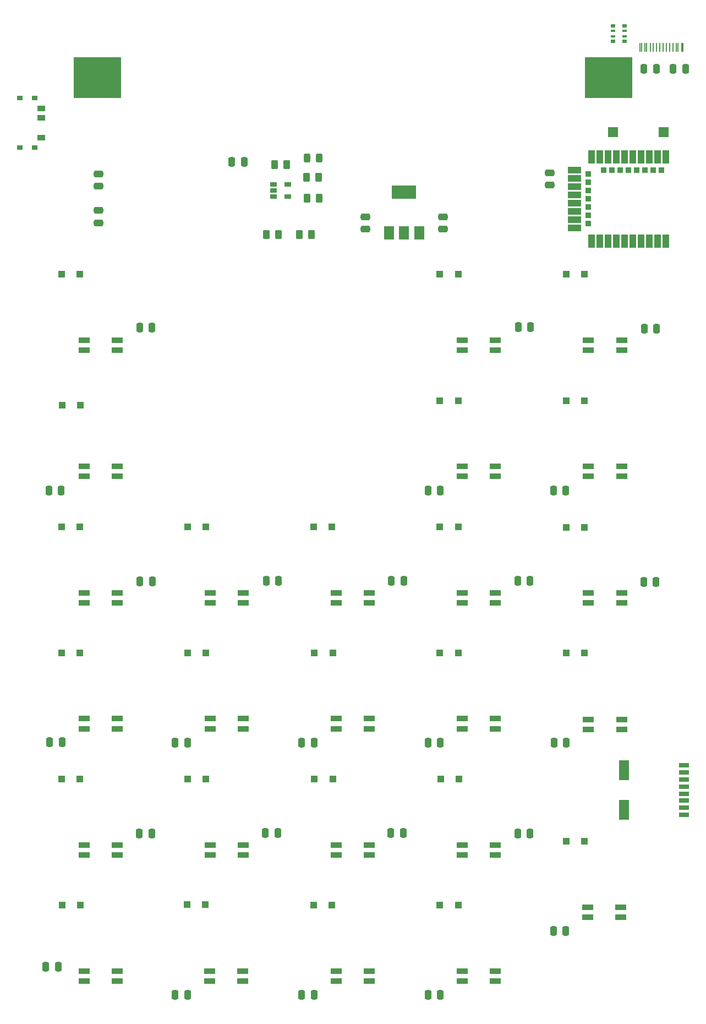
<source format=gbr>
%TF.GenerationSoftware,KiCad,Pcbnew,(5.99.0-9526-g5c17ff0595)*%
%TF.CreationDate,2021-07-05T19:36:54-05:00*%
%TF.ProjectId,Cafebabe,43616665-6261-4626-952e-6b696361645f,rev?*%
%TF.SameCoordinates,Original*%
%TF.FileFunction,Paste,Bot*%
%TF.FilePolarity,Positive*%
%FSLAX46Y46*%
G04 Gerber Fmt 4.6, Leading zero omitted, Abs format (unit mm)*
G04 Created by KiCad (PCBNEW (5.99.0-9526-g5c17ff0595)) date 2021-07-05 19:36:54*
%MOMM*%
%LPD*%
G01*
G04 APERTURE LIST*
G04 Aperture macros list*
%AMRoundRect*
0 Rectangle with rounded corners*
0 $1 Rounding radius*
0 $2 $3 $4 $5 $6 $7 $8 $9 X,Y pos of 4 corners*
0 Add a 4 corners polygon primitive as box body*
4,1,4,$2,$3,$4,$5,$6,$7,$8,$9,$2,$3,0*
0 Add four circle primitives for the rounded corners*
1,1,$1+$1,$2,$3*
1,1,$1+$1,$4,$5*
1,1,$1+$1,$6,$7*
1,1,$1+$1,$8,$9*
0 Add four rect primitives between the rounded corners*
20,1,$1+$1,$2,$3,$4,$5,0*
20,1,$1+$1,$4,$5,$6,$7,0*
20,1,$1+$1,$6,$7,$8,$9,0*
20,1,$1+$1,$8,$9,$2,$3,0*%
G04 Aperture macros list end*
%ADD10R,1.800000X0.820000*%
%ADD11RoundRect,0.250000X-0.250000X-0.475000X0.250000X-0.475000X0.250000X0.475000X-0.250000X0.475000X0*%
%ADD12RoundRect,0.250000X0.262500X0.450000X-0.262500X0.450000X-0.262500X-0.450000X0.262500X-0.450000X0*%
%ADD13R,1.100000X1.100000*%
%ADD14RoundRect,0.250000X0.250000X0.475000X-0.250000X0.475000X-0.250000X-0.475000X0.250000X-0.475000X0*%
%ADD15R,0.250000X1.400000*%
%ADD16RoundRect,0.250000X-0.262500X-0.450000X0.262500X-0.450000X0.262500X0.450000X-0.262500X0.450000X0*%
%ADD17RoundRect,0.250000X-0.475000X0.250000X-0.475000X-0.250000X0.475000X-0.250000X0.475000X0.250000X0*%
%ADD18RoundRect,0.250000X0.475000X-0.250000X0.475000X0.250000X-0.475000X0.250000X-0.475000X-0.250000X0*%
%ADD19R,1.000000X2.000000*%
%ADD20R,2.000000X1.000000*%
%ADD21R,0.900000X0.900000*%
%ADD22R,0.800000X0.500000*%
%ADD23R,0.800000X0.400000*%
%ADD24R,1.500000X1.500000*%
%ADD25R,1.250000X0.900000*%
%ADD26R,0.900000X0.800000*%
%ADD27RoundRect,0.243750X-0.243750X-0.456250X0.243750X-0.456250X0.243750X0.456250X-0.243750X0.456250X0*%
%ADD28R,1.500000X3.100000*%
%ADD29R,1.500000X0.800000*%
%ADD30R,1.060000X0.650000*%
%ADD31R,7.340000X6.350000*%
%ADD32R,1.500000X2.000000*%
%ADD33R,3.800000X2.000000*%
G04 APERTURE END LIST*
D10*
%TO.C,D21*%
X93250000Y-121775000D03*
X93250000Y-120240000D03*
X88150000Y-120240000D03*
X88150000Y-121775000D03*
%TD*%
%TO.C,D22*%
X93250000Y-160575000D03*
X93250000Y-159040000D03*
X88150000Y-159040000D03*
X88150000Y-160575000D03*
%TD*%
D11*
%TO.C,C14*%
X82750000Y-143300000D03*
X84650000Y-143300000D03*
%TD*%
D12*
%TO.C,R2*%
X104912500Y-59600000D03*
X103087500Y-59600000D03*
%TD*%
D13*
%TO.C,D36*%
X84700000Y-148900000D03*
X87500000Y-148900000D03*
%TD*%
D14*
%TO.C,C13*%
X156850000Y-79600000D03*
X154950000Y-79600000D03*
%TD*%
D11*
%TO.C,C23*%
X62850000Y-177800000D03*
X64750000Y-177800000D03*
%TD*%
D12*
%TO.C,R3*%
X99912500Y-54400000D03*
X98087500Y-54400000D03*
%TD*%
D13*
%TO.C,D33*%
X104100000Y-168300000D03*
X106900000Y-168300000D03*
%TD*%
D10*
%TO.C,D10*%
X107550000Y-178425000D03*
X107550000Y-179960000D03*
X112650000Y-179960000D03*
X112650000Y-178425000D03*
%TD*%
D13*
%TO.C,D41*%
X104200000Y-148900000D03*
X107000000Y-148900000D03*
%TD*%
%TO.C,D49*%
X142900000Y-90700000D03*
X145700000Y-90700000D03*
%TD*%
D10*
%TO.C,D13*%
X88050000Y-178425000D03*
X88050000Y-179960000D03*
X93150000Y-179960000D03*
X93150000Y-178425000D03*
%TD*%
%TO.C,D7*%
X126950000Y-178425000D03*
X126950000Y-179960000D03*
X132050000Y-179960000D03*
X132050000Y-178425000D03*
%TD*%
D11*
%TO.C,C18*%
X140950000Y-104500000D03*
X142850000Y-104500000D03*
%TD*%
D13*
%TO.C,D37*%
X84600000Y-168200000D03*
X87400000Y-168200000D03*
%TD*%
D10*
%TO.C,D19*%
X73850000Y-121775000D03*
X73850000Y-120240000D03*
X68750000Y-120240000D03*
X68750000Y-121775000D03*
%TD*%
D11*
%TO.C,C9*%
X140950000Y-172300000D03*
X142850000Y-172300000D03*
%TD*%
D14*
%TO.C,C30*%
X117950000Y-118400000D03*
X116050000Y-118400000D03*
%TD*%
%TO.C,C3*%
X156800000Y-39700000D03*
X154900000Y-39700000D03*
%TD*%
D11*
%TO.C,C12*%
X121650000Y-182100000D03*
X123550000Y-182100000D03*
%TD*%
D10*
%TO.C,D24*%
X112650000Y-160575000D03*
X112650000Y-159040000D03*
X107550000Y-159040000D03*
X107550000Y-160575000D03*
%TD*%
D13*
%TO.C,D38*%
X142900000Y-129500000D03*
X145700000Y-129500000D03*
%TD*%
D10*
%TO.C,D16*%
X68750000Y-178425000D03*
X68750000Y-179960000D03*
X73850000Y-179960000D03*
X73850000Y-178425000D03*
%TD*%
D11*
%TO.C,C25*%
X141050000Y-143300000D03*
X142950000Y-143300000D03*
%TD*%
D15*
%TO.C,P1*%
X154275000Y-36387500D03*
X155075000Y-36387500D03*
X156350000Y-36387500D03*
X157350000Y-36387500D03*
X157850000Y-36387500D03*
X155850000Y-36387500D03*
X160125000Y-36387500D03*
X160925000Y-36387500D03*
X160675000Y-36387500D03*
X159875000Y-36387500D03*
X159350000Y-36387500D03*
X158350000Y-36387500D03*
X156850000Y-36387500D03*
X158850000Y-36387500D03*
X155325000Y-36387500D03*
X154525000Y-36387500D03*
%TD*%
D13*
%TO.C,D40*%
X104200000Y-129500000D03*
X107000000Y-129500000D03*
%TD*%
%TO.C,D48*%
X142900000Y-71300000D03*
X145700000Y-71300000D03*
%TD*%
%TO.C,D28*%
X65400000Y-91400000D03*
X68200000Y-91400000D03*
%TD*%
%TO.C,D43*%
X123500000Y-90700000D03*
X126300000Y-90700000D03*
%TD*%
D16*
%TO.C,C34*%
X96800000Y-65200000D03*
X98625000Y-65200000D03*
%TD*%
D13*
%TO.C,D31*%
X65300000Y-148900000D03*
X68100000Y-148900000D03*
%TD*%
D14*
%TO.C,C7*%
X79200000Y-79500000D03*
X77300000Y-79500000D03*
%TD*%
D13*
%TO.C,D51*%
X142900000Y-158500000D03*
X145700000Y-158500000D03*
%TD*%
D14*
%TO.C,C29*%
X98550000Y-157200000D03*
X96650000Y-157200000D03*
%TD*%
D13*
%TO.C,D39*%
X104100000Y-110100000D03*
X106900000Y-110100000D03*
%TD*%
D14*
%TO.C,C32*%
X137350000Y-118400000D03*
X135450000Y-118400000D03*
%TD*%
%TO.C,C31*%
X117850000Y-157200000D03*
X115950000Y-157200000D03*
%TD*%
D16*
%TO.C,C35*%
X101887500Y-65200000D03*
X103712500Y-65200000D03*
%TD*%
D14*
%TO.C,C28*%
X98650000Y-118400000D03*
X96750000Y-118400000D03*
%TD*%
D13*
%TO.C,D42*%
X123500000Y-71300000D03*
X126300000Y-71300000D03*
%TD*%
D14*
%TO.C,C10*%
X137450000Y-79400000D03*
X135550000Y-79400000D03*
%TD*%
D13*
%TO.C,D46*%
X123600000Y-148900000D03*
X126400000Y-148900000D03*
%TD*%
%TO.C,D45*%
X123500000Y-129500000D03*
X126300000Y-129500000D03*
%TD*%
D11*
%TO.C,C22*%
X121650000Y-143300000D03*
X123550000Y-143300000D03*
%TD*%
D17*
%TO.C,C16*%
X71000000Y-55850000D03*
X71000000Y-57750000D03*
%TD*%
D13*
%TO.C,D29*%
X65300000Y-110100000D03*
X68100000Y-110100000D03*
%TD*%
%TO.C,D30*%
X65300000Y-129500000D03*
X68100000Y-129500000D03*
%TD*%
D11*
%TO.C,C11*%
X63450000Y-143200000D03*
X65350000Y-143200000D03*
%TD*%
D10*
%TO.C,D2*%
X68750000Y-81425000D03*
X68750000Y-82960000D03*
X73850000Y-82960000D03*
X73850000Y-81425000D03*
%TD*%
D13*
%TO.C,D35*%
X84700000Y-129500000D03*
X87500000Y-129500000D03*
%TD*%
D10*
%TO.C,D26*%
X132050000Y-160575000D03*
X132050000Y-159040000D03*
X126950000Y-159040000D03*
X126950000Y-160575000D03*
%TD*%
%TO.C,D12*%
X107550000Y-139625000D03*
X107550000Y-141160000D03*
X112650000Y-141160000D03*
X112650000Y-139625000D03*
%TD*%
D14*
%TO.C,C8*%
X156750000Y-118600000D03*
X154850000Y-118600000D03*
%TD*%
D10*
%TO.C,D25*%
X132050000Y-121775000D03*
X132050000Y-120240000D03*
X126950000Y-120240000D03*
X126950000Y-121775000D03*
%TD*%
D11*
%TO.C,C15*%
X102250000Y-182100000D03*
X104150000Y-182100000D03*
%TD*%
D13*
%TO.C,D44*%
X123500000Y-110100000D03*
X126300000Y-110100000D03*
%TD*%
D10*
%TO.C,D20*%
X73850000Y-160575000D03*
X73850000Y-159040000D03*
X68750000Y-159040000D03*
X68750000Y-160575000D03*
%TD*%
D18*
%TO.C,C4*%
X112000000Y-64350000D03*
X112000000Y-62450000D03*
%TD*%
D14*
%TO.C,C27*%
X79150000Y-157300000D03*
X77250000Y-157300000D03*
%TD*%
D13*
%TO.C,D32*%
X65400000Y-168300000D03*
X68200000Y-168300000D03*
%TD*%
D19*
%TO.C,U3*%
X158248250Y-66200000D03*
X156978250Y-66200000D03*
X155708250Y-66200000D03*
X154438250Y-66200000D03*
X153168250Y-66200000D03*
X151898250Y-66200000D03*
X150628250Y-66200000D03*
X149358250Y-66200000D03*
X148088250Y-66200000D03*
X146818250Y-66200000D03*
D20*
X144218250Y-64140000D03*
D21*
X146318250Y-63510000D03*
D20*
X144218250Y-62870000D03*
D21*
X146318250Y-62240000D03*
D20*
X144218250Y-61600000D03*
D21*
X146318250Y-60970000D03*
D20*
X144218250Y-60330000D03*
D21*
X146318250Y-59700000D03*
D20*
X144218250Y-59060000D03*
D21*
X146318250Y-58430000D03*
D20*
X144218250Y-57790000D03*
D21*
X146318250Y-57160000D03*
D20*
X144218250Y-56520000D03*
D21*
X146318250Y-55890000D03*
D20*
X144218250Y-55250000D03*
D19*
X146818250Y-53200000D03*
X148088250Y-53200000D03*
D21*
X148723250Y-55300000D03*
D19*
X149358250Y-53200000D03*
D21*
X149993250Y-55300000D03*
D19*
X150628250Y-53200000D03*
D21*
X151263250Y-55300000D03*
D19*
X151898250Y-53200000D03*
D21*
X152533250Y-55300000D03*
D19*
X153168250Y-53200000D03*
D21*
X153803250Y-55300000D03*
D19*
X154438250Y-53200000D03*
D21*
X155073250Y-55300000D03*
D19*
X155708250Y-53200000D03*
D21*
X156343250Y-55300000D03*
D19*
X156978250Y-53200000D03*
D21*
X157613250Y-55300000D03*
D19*
X158248250Y-53200000D03*
%TD*%
D13*
%TO.C,D47*%
X123500000Y-168300000D03*
X126300000Y-168300000D03*
%TD*%
D22*
%TO.C,RN1*%
X150100000Y-35450000D03*
D23*
X150100000Y-34650000D03*
X150100000Y-33850000D03*
D22*
X150100000Y-33050000D03*
X151900000Y-33050000D03*
D23*
X151900000Y-33850000D03*
X151900000Y-34650000D03*
D22*
X151900000Y-35450000D03*
%TD*%
D11*
%TO.C,C20*%
X82750000Y-182100000D03*
X84650000Y-182100000D03*
%TD*%
%TO.C,C21*%
X121650000Y-104500000D03*
X123550000Y-104500000D03*
%TD*%
D14*
%TO.C,C26*%
X79250000Y-118500000D03*
X77350000Y-118500000D03*
%TD*%
D10*
%TO.C,D15*%
X88150000Y-139625000D03*
X88150000Y-141160000D03*
X93250000Y-141160000D03*
X93250000Y-139625000D03*
%TD*%
%TO.C,D5*%
X126950000Y-81425000D03*
X126950000Y-82960000D03*
X132050000Y-82960000D03*
X132050000Y-81425000D03*
%TD*%
%TO.C,D14*%
X132050000Y-102375000D03*
X132050000Y-100840000D03*
X126950000Y-100840000D03*
X126950000Y-102375000D03*
%TD*%
%TO.C,D6*%
X146350000Y-139725000D03*
X146350000Y-141260000D03*
X151450000Y-141260000D03*
X151450000Y-139725000D03*
%TD*%
%TO.C,D8*%
X146350000Y-81425000D03*
X146350000Y-82960000D03*
X151450000Y-82960000D03*
X151450000Y-81425000D03*
%TD*%
D24*
%TO.C,SW1*%
X157900000Y-49400000D03*
X150100000Y-49400000D03*
%TD*%
D25*
%TO.C,Power->1*%
X62125000Y-45750000D03*
X62125000Y-47250000D03*
X62125000Y-50250000D03*
D26*
X61150000Y-44200000D03*
X58850000Y-44200000D03*
X61150000Y-51810000D03*
X58850000Y-51800000D03*
%TD*%
D10*
%TO.C,D9*%
X126950000Y-139625000D03*
X126950000Y-141160000D03*
X132050000Y-141160000D03*
X132050000Y-139625000D03*
%TD*%
D14*
%TO.C,C1*%
X93400000Y-54000000D03*
X91500000Y-54000000D03*
%TD*%
D17*
%TO.C,C5*%
X124000000Y-62450000D03*
X124000000Y-64350000D03*
%TD*%
D10*
%TO.C,D4*%
X146250000Y-168625000D03*
X146250000Y-170160000D03*
X151350000Y-170160000D03*
X151350000Y-168625000D03*
%TD*%
D13*
%TO.C,D27*%
X65300000Y-71300000D03*
X68100000Y-71300000D03*
%TD*%
D12*
%TO.C,R1*%
X104825000Y-56400000D03*
X103000000Y-56400000D03*
%TD*%
D10*
%TO.C,D18*%
X68750000Y-139625000D03*
X68750000Y-141160000D03*
X73850000Y-141160000D03*
X73850000Y-139625000D03*
%TD*%
D17*
%TO.C,C17*%
X71000000Y-61450000D03*
X71000000Y-63350000D03*
%TD*%
%TO.C,C6*%
X140400000Y-55650000D03*
X140400000Y-57550000D03*
%TD*%
D14*
%TO.C,C33*%
X137350000Y-157300000D03*
X135450000Y-157300000D03*
%TD*%
D10*
%TO.C,D11*%
X151450000Y-102375000D03*
X151450000Y-100840000D03*
X146350000Y-100840000D03*
X146350000Y-102375000D03*
%TD*%
D13*
%TO.C,D50*%
X142900000Y-110200000D03*
X145700000Y-110200000D03*
%TD*%
D27*
%TO.C,D1*%
X103062500Y-53400000D03*
X104937500Y-53400000D03*
%TD*%
D28*
%TO.C,J5*%
X151845000Y-153623687D03*
X151845000Y-147563687D03*
D29*
X161095000Y-154443687D03*
X161095000Y-153343687D03*
X161095000Y-152243687D03*
X161095000Y-151143687D03*
X161095000Y-150043687D03*
X161095000Y-148943687D03*
X161095000Y-147843687D03*
X161095000Y-146743687D03*
%TD*%
D13*
%TO.C,D34*%
X84700000Y-110100000D03*
X87500000Y-110100000D03*
%TD*%
D30*
%TO.C,U1*%
X97900000Y-59350000D03*
X97900000Y-58400000D03*
X97900000Y-57450000D03*
X100100000Y-57450000D03*
X100100000Y-59350000D03*
%TD*%
D10*
%TO.C,D3*%
X151450000Y-121775000D03*
X151450000Y-120240000D03*
X146350000Y-120240000D03*
X146350000Y-121775000D03*
%TD*%
%TO.C,D17*%
X73850000Y-102375000D03*
X73850000Y-100840000D03*
X68750000Y-100840000D03*
X68750000Y-102375000D03*
%TD*%
D31*
%TO.C,BT1*%
X149430000Y-41000000D03*
X70770000Y-41000000D03*
%TD*%
D32*
%TO.C,U2*%
X120300000Y-64950000D03*
X118000000Y-64950000D03*
D33*
X118000000Y-58650000D03*
D32*
X115700000Y-64950000D03*
%TD*%
D11*
%TO.C,C2*%
X159400000Y-39700000D03*
X161300000Y-39700000D03*
%TD*%
%TO.C,C24*%
X63350000Y-104500000D03*
X65250000Y-104500000D03*
%TD*%
D10*
%TO.C,D23*%
X112650000Y-121775000D03*
X112650000Y-120240000D03*
X107550000Y-120240000D03*
X107550000Y-121775000D03*
%TD*%
D11*
%TO.C,C19*%
X102250000Y-143300000D03*
X104150000Y-143300000D03*
%TD*%
M02*

</source>
